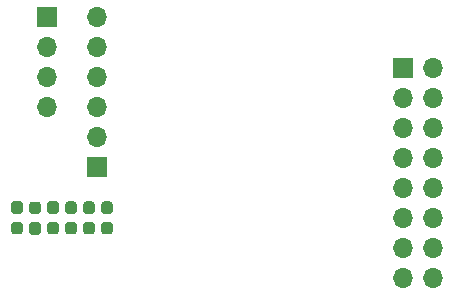
<source format=gbr>
G04 #@! TF.GenerationSoftware,KiCad,Pcbnew,(5.1.2)-2*
G04 #@! TF.CreationDate,2019-12-12T19:30:32+01:00*
G04 #@! TF.ProjectId,KernadouDomoPiloteDinCPU,4b65726e-6164-46f7-9544-6f6d6f50696c,rev?*
G04 #@! TF.SameCoordinates,Original*
G04 #@! TF.FileFunction,Soldermask,Bot*
G04 #@! TF.FilePolarity,Negative*
%FSLAX46Y46*%
G04 Gerber Fmt 4.6, Leading zero omitted, Abs format (unit mm)*
G04 Created by KiCad (PCBNEW (5.1.2)-2) date 2019-12-12 19:30:32*
%MOMM*%
%LPD*%
G04 APERTURE LIST*
%ADD10C,0.100000*%
%ADD11C,0.950000*%
%ADD12O,1.700000X1.700000*%
%ADD13R,1.700000X1.700000*%
G04 APERTURE END LIST*
D10*
G36*
X95637779Y-87515144D02*
G01*
X95660834Y-87518563D01*
X95683443Y-87524227D01*
X95705387Y-87532079D01*
X95726457Y-87542044D01*
X95746448Y-87554026D01*
X95765168Y-87567910D01*
X95782438Y-87583562D01*
X95798090Y-87600832D01*
X95811974Y-87619552D01*
X95823956Y-87639543D01*
X95833921Y-87660613D01*
X95841773Y-87682557D01*
X95847437Y-87705166D01*
X95850856Y-87728221D01*
X95852000Y-87751500D01*
X95852000Y-88326500D01*
X95850856Y-88349779D01*
X95847437Y-88372834D01*
X95841773Y-88395443D01*
X95833921Y-88417387D01*
X95823956Y-88438457D01*
X95811974Y-88458448D01*
X95798090Y-88477168D01*
X95782438Y-88494438D01*
X95765168Y-88510090D01*
X95746448Y-88523974D01*
X95726457Y-88535956D01*
X95705387Y-88545921D01*
X95683443Y-88553773D01*
X95660834Y-88559437D01*
X95637779Y-88562856D01*
X95614500Y-88564000D01*
X95139500Y-88564000D01*
X95116221Y-88562856D01*
X95093166Y-88559437D01*
X95070557Y-88553773D01*
X95048613Y-88545921D01*
X95027543Y-88535956D01*
X95007552Y-88523974D01*
X94988832Y-88510090D01*
X94971562Y-88494438D01*
X94955910Y-88477168D01*
X94942026Y-88458448D01*
X94930044Y-88438457D01*
X94920079Y-88417387D01*
X94912227Y-88395443D01*
X94906563Y-88372834D01*
X94903144Y-88349779D01*
X94902000Y-88326500D01*
X94902000Y-87751500D01*
X94903144Y-87728221D01*
X94906563Y-87705166D01*
X94912227Y-87682557D01*
X94920079Y-87660613D01*
X94930044Y-87639543D01*
X94942026Y-87619552D01*
X94955910Y-87600832D01*
X94971562Y-87583562D01*
X94988832Y-87567910D01*
X95007552Y-87554026D01*
X95027543Y-87542044D01*
X95048613Y-87532079D01*
X95070557Y-87524227D01*
X95093166Y-87518563D01*
X95116221Y-87515144D01*
X95139500Y-87514000D01*
X95614500Y-87514000D01*
X95637779Y-87515144D01*
X95637779Y-87515144D01*
G37*
D11*
X95377000Y-88039000D03*
D10*
G36*
X95637779Y-89265144D02*
G01*
X95660834Y-89268563D01*
X95683443Y-89274227D01*
X95705387Y-89282079D01*
X95726457Y-89292044D01*
X95746448Y-89304026D01*
X95765168Y-89317910D01*
X95782438Y-89333562D01*
X95798090Y-89350832D01*
X95811974Y-89369552D01*
X95823956Y-89389543D01*
X95833921Y-89410613D01*
X95841773Y-89432557D01*
X95847437Y-89455166D01*
X95850856Y-89478221D01*
X95852000Y-89501500D01*
X95852000Y-90076500D01*
X95850856Y-90099779D01*
X95847437Y-90122834D01*
X95841773Y-90145443D01*
X95833921Y-90167387D01*
X95823956Y-90188457D01*
X95811974Y-90208448D01*
X95798090Y-90227168D01*
X95782438Y-90244438D01*
X95765168Y-90260090D01*
X95746448Y-90273974D01*
X95726457Y-90285956D01*
X95705387Y-90295921D01*
X95683443Y-90303773D01*
X95660834Y-90309437D01*
X95637779Y-90312856D01*
X95614500Y-90314000D01*
X95139500Y-90314000D01*
X95116221Y-90312856D01*
X95093166Y-90309437D01*
X95070557Y-90303773D01*
X95048613Y-90295921D01*
X95027543Y-90285956D01*
X95007552Y-90273974D01*
X94988832Y-90260090D01*
X94971562Y-90244438D01*
X94955910Y-90227168D01*
X94942026Y-90208448D01*
X94930044Y-90188457D01*
X94920079Y-90167387D01*
X94912227Y-90145443D01*
X94906563Y-90122834D01*
X94903144Y-90099779D01*
X94902000Y-90076500D01*
X94902000Y-89501500D01*
X94903144Y-89478221D01*
X94906563Y-89455166D01*
X94912227Y-89432557D01*
X94920079Y-89410613D01*
X94930044Y-89389543D01*
X94942026Y-89369552D01*
X94955910Y-89350832D01*
X94971562Y-89333562D01*
X94988832Y-89317910D01*
X95007552Y-89304026D01*
X95027543Y-89292044D01*
X95048613Y-89282079D01*
X95070557Y-89274227D01*
X95093166Y-89268563D01*
X95116221Y-89265144D01*
X95139500Y-89264000D01*
X95614500Y-89264000D01*
X95637779Y-89265144D01*
X95637779Y-89265144D01*
G37*
D11*
X95377000Y-89789000D03*
D10*
G36*
X94113779Y-87487144D02*
G01*
X94136834Y-87490563D01*
X94159443Y-87496227D01*
X94181387Y-87504079D01*
X94202457Y-87514044D01*
X94222448Y-87526026D01*
X94241168Y-87539910D01*
X94258438Y-87555562D01*
X94274090Y-87572832D01*
X94287974Y-87591552D01*
X94299956Y-87611543D01*
X94309921Y-87632613D01*
X94317773Y-87654557D01*
X94323437Y-87677166D01*
X94326856Y-87700221D01*
X94328000Y-87723500D01*
X94328000Y-88298500D01*
X94326856Y-88321779D01*
X94323437Y-88344834D01*
X94317773Y-88367443D01*
X94309921Y-88389387D01*
X94299956Y-88410457D01*
X94287974Y-88430448D01*
X94274090Y-88449168D01*
X94258438Y-88466438D01*
X94241168Y-88482090D01*
X94222448Y-88495974D01*
X94202457Y-88507956D01*
X94181387Y-88517921D01*
X94159443Y-88525773D01*
X94136834Y-88531437D01*
X94113779Y-88534856D01*
X94090500Y-88536000D01*
X93615500Y-88536000D01*
X93592221Y-88534856D01*
X93569166Y-88531437D01*
X93546557Y-88525773D01*
X93524613Y-88517921D01*
X93503543Y-88507956D01*
X93483552Y-88495974D01*
X93464832Y-88482090D01*
X93447562Y-88466438D01*
X93431910Y-88449168D01*
X93418026Y-88430448D01*
X93406044Y-88410457D01*
X93396079Y-88389387D01*
X93388227Y-88367443D01*
X93382563Y-88344834D01*
X93379144Y-88321779D01*
X93378000Y-88298500D01*
X93378000Y-87723500D01*
X93379144Y-87700221D01*
X93382563Y-87677166D01*
X93388227Y-87654557D01*
X93396079Y-87632613D01*
X93406044Y-87611543D01*
X93418026Y-87591552D01*
X93431910Y-87572832D01*
X93447562Y-87555562D01*
X93464832Y-87539910D01*
X93483552Y-87526026D01*
X93503543Y-87514044D01*
X93524613Y-87504079D01*
X93546557Y-87496227D01*
X93569166Y-87490563D01*
X93592221Y-87487144D01*
X93615500Y-87486000D01*
X94090500Y-87486000D01*
X94113779Y-87487144D01*
X94113779Y-87487144D01*
G37*
D11*
X93853000Y-88011000D03*
D10*
G36*
X94113779Y-89237144D02*
G01*
X94136834Y-89240563D01*
X94159443Y-89246227D01*
X94181387Y-89254079D01*
X94202457Y-89264044D01*
X94222448Y-89276026D01*
X94241168Y-89289910D01*
X94258438Y-89305562D01*
X94274090Y-89322832D01*
X94287974Y-89341552D01*
X94299956Y-89361543D01*
X94309921Y-89382613D01*
X94317773Y-89404557D01*
X94323437Y-89427166D01*
X94326856Y-89450221D01*
X94328000Y-89473500D01*
X94328000Y-90048500D01*
X94326856Y-90071779D01*
X94323437Y-90094834D01*
X94317773Y-90117443D01*
X94309921Y-90139387D01*
X94299956Y-90160457D01*
X94287974Y-90180448D01*
X94274090Y-90199168D01*
X94258438Y-90216438D01*
X94241168Y-90232090D01*
X94222448Y-90245974D01*
X94202457Y-90257956D01*
X94181387Y-90267921D01*
X94159443Y-90275773D01*
X94136834Y-90281437D01*
X94113779Y-90284856D01*
X94090500Y-90286000D01*
X93615500Y-90286000D01*
X93592221Y-90284856D01*
X93569166Y-90281437D01*
X93546557Y-90275773D01*
X93524613Y-90267921D01*
X93503543Y-90257956D01*
X93483552Y-90245974D01*
X93464832Y-90232090D01*
X93447562Y-90216438D01*
X93431910Y-90199168D01*
X93418026Y-90180448D01*
X93406044Y-90160457D01*
X93396079Y-90139387D01*
X93388227Y-90117443D01*
X93382563Y-90094834D01*
X93379144Y-90071779D01*
X93378000Y-90048500D01*
X93378000Y-89473500D01*
X93379144Y-89450221D01*
X93382563Y-89427166D01*
X93388227Y-89404557D01*
X93396079Y-89382613D01*
X93406044Y-89361543D01*
X93418026Y-89341552D01*
X93431910Y-89322832D01*
X93447562Y-89305562D01*
X93464832Y-89289910D01*
X93483552Y-89276026D01*
X93503543Y-89264044D01*
X93524613Y-89254079D01*
X93546557Y-89246227D01*
X93569166Y-89240563D01*
X93592221Y-89237144D01*
X93615500Y-89236000D01*
X94090500Y-89236000D01*
X94113779Y-89237144D01*
X94113779Y-89237144D01*
G37*
D11*
X93853000Y-89761000D03*
D10*
G36*
X101733779Y-87501144D02*
G01*
X101756834Y-87504563D01*
X101779443Y-87510227D01*
X101801387Y-87518079D01*
X101822457Y-87528044D01*
X101842448Y-87540026D01*
X101861168Y-87553910D01*
X101878438Y-87569562D01*
X101894090Y-87586832D01*
X101907974Y-87605552D01*
X101919956Y-87625543D01*
X101929921Y-87646613D01*
X101937773Y-87668557D01*
X101943437Y-87691166D01*
X101946856Y-87714221D01*
X101948000Y-87737500D01*
X101948000Y-88312500D01*
X101946856Y-88335779D01*
X101943437Y-88358834D01*
X101937773Y-88381443D01*
X101929921Y-88403387D01*
X101919956Y-88424457D01*
X101907974Y-88444448D01*
X101894090Y-88463168D01*
X101878438Y-88480438D01*
X101861168Y-88496090D01*
X101842448Y-88509974D01*
X101822457Y-88521956D01*
X101801387Y-88531921D01*
X101779443Y-88539773D01*
X101756834Y-88545437D01*
X101733779Y-88548856D01*
X101710500Y-88550000D01*
X101235500Y-88550000D01*
X101212221Y-88548856D01*
X101189166Y-88545437D01*
X101166557Y-88539773D01*
X101144613Y-88531921D01*
X101123543Y-88521956D01*
X101103552Y-88509974D01*
X101084832Y-88496090D01*
X101067562Y-88480438D01*
X101051910Y-88463168D01*
X101038026Y-88444448D01*
X101026044Y-88424457D01*
X101016079Y-88403387D01*
X101008227Y-88381443D01*
X101002563Y-88358834D01*
X100999144Y-88335779D01*
X100998000Y-88312500D01*
X100998000Y-87737500D01*
X100999144Y-87714221D01*
X101002563Y-87691166D01*
X101008227Y-87668557D01*
X101016079Y-87646613D01*
X101026044Y-87625543D01*
X101038026Y-87605552D01*
X101051910Y-87586832D01*
X101067562Y-87569562D01*
X101084832Y-87553910D01*
X101103552Y-87540026D01*
X101123543Y-87528044D01*
X101144613Y-87518079D01*
X101166557Y-87510227D01*
X101189166Y-87504563D01*
X101212221Y-87501144D01*
X101235500Y-87500000D01*
X101710500Y-87500000D01*
X101733779Y-87501144D01*
X101733779Y-87501144D01*
G37*
D11*
X101473000Y-88025000D03*
D10*
G36*
X101733779Y-89251144D02*
G01*
X101756834Y-89254563D01*
X101779443Y-89260227D01*
X101801387Y-89268079D01*
X101822457Y-89278044D01*
X101842448Y-89290026D01*
X101861168Y-89303910D01*
X101878438Y-89319562D01*
X101894090Y-89336832D01*
X101907974Y-89355552D01*
X101919956Y-89375543D01*
X101929921Y-89396613D01*
X101937773Y-89418557D01*
X101943437Y-89441166D01*
X101946856Y-89464221D01*
X101948000Y-89487500D01*
X101948000Y-90062500D01*
X101946856Y-90085779D01*
X101943437Y-90108834D01*
X101937773Y-90131443D01*
X101929921Y-90153387D01*
X101919956Y-90174457D01*
X101907974Y-90194448D01*
X101894090Y-90213168D01*
X101878438Y-90230438D01*
X101861168Y-90246090D01*
X101842448Y-90259974D01*
X101822457Y-90271956D01*
X101801387Y-90281921D01*
X101779443Y-90289773D01*
X101756834Y-90295437D01*
X101733779Y-90298856D01*
X101710500Y-90300000D01*
X101235500Y-90300000D01*
X101212221Y-90298856D01*
X101189166Y-90295437D01*
X101166557Y-90289773D01*
X101144613Y-90281921D01*
X101123543Y-90271956D01*
X101103552Y-90259974D01*
X101084832Y-90246090D01*
X101067562Y-90230438D01*
X101051910Y-90213168D01*
X101038026Y-90194448D01*
X101026044Y-90174457D01*
X101016079Y-90153387D01*
X101008227Y-90131443D01*
X101002563Y-90108834D01*
X100999144Y-90085779D01*
X100998000Y-90062500D01*
X100998000Y-89487500D01*
X100999144Y-89464221D01*
X101002563Y-89441166D01*
X101008227Y-89418557D01*
X101016079Y-89396613D01*
X101026044Y-89375543D01*
X101038026Y-89355552D01*
X101051910Y-89336832D01*
X101067562Y-89319562D01*
X101084832Y-89303910D01*
X101103552Y-89290026D01*
X101123543Y-89278044D01*
X101144613Y-89268079D01*
X101166557Y-89260227D01*
X101189166Y-89254563D01*
X101212221Y-89251144D01*
X101235500Y-89250000D01*
X101710500Y-89250000D01*
X101733779Y-89251144D01*
X101733779Y-89251144D01*
G37*
D11*
X101473000Y-89775000D03*
D10*
G36*
X97161779Y-87487144D02*
G01*
X97184834Y-87490563D01*
X97207443Y-87496227D01*
X97229387Y-87504079D01*
X97250457Y-87514044D01*
X97270448Y-87526026D01*
X97289168Y-87539910D01*
X97306438Y-87555562D01*
X97322090Y-87572832D01*
X97335974Y-87591552D01*
X97347956Y-87611543D01*
X97357921Y-87632613D01*
X97365773Y-87654557D01*
X97371437Y-87677166D01*
X97374856Y-87700221D01*
X97376000Y-87723500D01*
X97376000Y-88298500D01*
X97374856Y-88321779D01*
X97371437Y-88344834D01*
X97365773Y-88367443D01*
X97357921Y-88389387D01*
X97347956Y-88410457D01*
X97335974Y-88430448D01*
X97322090Y-88449168D01*
X97306438Y-88466438D01*
X97289168Y-88482090D01*
X97270448Y-88495974D01*
X97250457Y-88507956D01*
X97229387Y-88517921D01*
X97207443Y-88525773D01*
X97184834Y-88531437D01*
X97161779Y-88534856D01*
X97138500Y-88536000D01*
X96663500Y-88536000D01*
X96640221Y-88534856D01*
X96617166Y-88531437D01*
X96594557Y-88525773D01*
X96572613Y-88517921D01*
X96551543Y-88507956D01*
X96531552Y-88495974D01*
X96512832Y-88482090D01*
X96495562Y-88466438D01*
X96479910Y-88449168D01*
X96466026Y-88430448D01*
X96454044Y-88410457D01*
X96444079Y-88389387D01*
X96436227Y-88367443D01*
X96430563Y-88344834D01*
X96427144Y-88321779D01*
X96426000Y-88298500D01*
X96426000Y-87723500D01*
X96427144Y-87700221D01*
X96430563Y-87677166D01*
X96436227Y-87654557D01*
X96444079Y-87632613D01*
X96454044Y-87611543D01*
X96466026Y-87591552D01*
X96479910Y-87572832D01*
X96495562Y-87555562D01*
X96512832Y-87539910D01*
X96531552Y-87526026D01*
X96551543Y-87514044D01*
X96572613Y-87504079D01*
X96594557Y-87496227D01*
X96617166Y-87490563D01*
X96640221Y-87487144D01*
X96663500Y-87486000D01*
X97138500Y-87486000D01*
X97161779Y-87487144D01*
X97161779Y-87487144D01*
G37*
D11*
X96901000Y-88011000D03*
D10*
G36*
X97161779Y-89237144D02*
G01*
X97184834Y-89240563D01*
X97207443Y-89246227D01*
X97229387Y-89254079D01*
X97250457Y-89264044D01*
X97270448Y-89276026D01*
X97289168Y-89289910D01*
X97306438Y-89305562D01*
X97322090Y-89322832D01*
X97335974Y-89341552D01*
X97347956Y-89361543D01*
X97357921Y-89382613D01*
X97365773Y-89404557D01*
X97371437Y-89427166D01*
X97374856Y-89450221D01*
X97376000Y-89473500D01*
X97376000Y-90048500D01*
X97374856Y-90071779D01*
X97371437Y-90094834D01*
X97365773Y-90117443D01*
X97357921Y-90139387D01*
X97347956Y-90160457D01*
X97335974Y-90180448D01*
X97322090Y-90199168D01*
X97306438Y-90216438D01*
X97289168Y-90232090D01*
X97270448Y-90245974D01*
X97250457Y-90257956D01*
X97229387Y-90267921D01*
X97207443Y-90275773D01*
X97184834Y-90281437D01*
X97161779Y-90284856D01*
X97138500Y-90286000D01*
X96663500Y-90286000D01*
X96640221Y-90284856D01*
X96617166Y-90281437D01*
X96594557Y-90275773D01*
X96572613Y-90267921D01*
X96551543Y-90257956D01*
X96531552Y-90245974D01*
X96512832Y-90232090D01*
X96495562Y-90216438D01*
X96479910Y-90199168D01*
X96466026Y-90180448D01*
X96454044Y-90160457D01*
X96444079Y-90139387D01*
X96436227Y-90117443D01*
X96430563Y-90094834D01*
X96427144Y-90071779D01*
X96426000Y-90048500D01*
X96426000Y-89473500D01*
X96427144Y-89450221D01*
X96430563Y-89427166D01*
X96436227Y-89404557D01*
X96444079Y-89382613D01*
X96454044Y-89361543D01*
X96466026Y-89341552D01*
X96479910Y-89322832D01*
X96495562Y-89305562D01*
X96512832Y-89289910D01*
X96531552Y-89276026D01*
X96551543Y-89264044D01*
X96572613Y-89254079D01*
X96594557Y-89246227D01*
X96617166Y-89240563D01*
X96640221Y-89237144D01*
X96663500Y-89236000D01*
X97138500Y-89236000D01*
X97161779Y-89237144D01*
X97161779Y-89237144D01*
G37*
D11*
X96901000Y-89761000D03*
D10*
G36*
X98685779Y-87501144D02*
G01*
X98708834Y-87504563D01*
X98731443Y-87510227D01*
X98753387Y-87518079D01*
X98774457Y-87528044D01*
X98794448Y-87540026D01*
X98813168Y-87553910D01*
X98830438Y-87569562D01*
X98846090Y-87586832D01*
X98859974Y-87605552D01*
X98871956Y-87625543D01*
X98881921Y-87646613D01*
X98889773Y-87668557D01*
X98895437Y-87691166D01*
X98898856Y-87714221D01*
X98900000Y-87737500D01*
X98900000Y-88312500D01*
X98898856Y-88335779D01*
X98895437Y-88358834D01*
X98889773Y-88381443D01*
X98881921Y-88403387D01*
X98871956Y-88424457D01*
X98859974Y-88444448D01*
X98846090Y-88463168D01*
X98830438Y-88480438D01*
X98813168Y-88496090D01*
X98794448Y-88509974D01*
X98774457Y-88521956D01*
X98753387Y-88531921D01*
X98731443Y-88539773D01*
X98708834Y-88545437D01*
X98685779Y-88548856D01*
X98662500Y-88550000D01*
X98187500Y-88550000D01*
X98164221Y-88548856D01*
X98141166Y-88545437D01*
X98118557Y-88539773D01*
X98096613Y-88531921D01*
X98075543Y-88521956D01*
X98055552Y-88509974D01*
X98036832Y-88496090D01*
X98019562Y-88480438D01*
X98003910Y-88463168D01*
X97990026Y-88444448D01*
X97978044Y-88424457D01*
X97968079Y-88403387D01*
X97960227Y-88381443D01*
X97954563Y-88358834D01*
X97951144Y-88335779D01*
X97950000Y-88312500D01*
X97950000Y-87737500D01*
X97951144Y-87714221D01*
X97954563Y-87691166D01*
X97960227Y-87668557D01*
X97968079Y-87646613D01*
X97978044Y-87625543D01*
X97990026Y-87605552D01*
X98003910Y-87586832D01*
X98019562Y-87569562D01*
X98036832Y-87553910D01*
X98055552Y-87540026D01*
X98075543Y-87528044D01*
X98096613Y-87518079D01*
X98118557Y-87510227D01*
X98141166Y-87504563D01*
X98164221Y-87501144D01*
X98187500Y-87500000D01*
X98662500Y-87500000D01*
X98685779Y-87501144D01*
X98685779Y-87501144D01*
G37*
D11*
X98425000Y-88025000D03*
D10*
G36*
X98685779Y-89251144D02*
G01*
X98708834Y-89254563D01*
X98731443Y-89260227D01*
X98753387Y-89268079D01*
X98774457Y-89278044D01*
X98794448Y-89290026D01*
X98813168Y-89303910D01*
X98830438Y-89319562D01*
X98846090Y-89336832D01*
X98859974Y-89355552D01*
X98871956Y-89375543D01*
X98881921Y-89396613D01*
X98889773Y-89418557D01*
X98895437Y-89441166D01*
X98898856Y-89464221D01*
X98900000Y-89487500D01*
X98900000Y-90062500D01*
X98898856Y-90085779D01*
X98895437Y-90108834D01*
X98889773Y-90131443D01*
X98881921Y-90153387D01*
X98871956Y-90174457D01*
X98859974Y-90194448D01*
X98846090Y-90213168D01*
X98830438Y-90230438D01*
X98813168Y-90246090D01*
X98794448Y-90259974D01*
X98774457Y-90271956D01*
X98753387Y-90281921D01*
X98731443Y-90289773D01*
X98708834Y-90295437D01*
X98685779Y-90298856D01*
X98662500Y-90300000D01*
X98187500Y-90300000D01*
X98164221Y-90298856D01*
X98141166Y-90295437D01*
X98118557Y-90289773D01*
X98096613Y-90281921D01*
X98075543Y-90271956D01*
X98055552Y-90259974D01*
X98036832Y-90246090D01*
X98019562Y-90230438D01*
X98003910Y-90213168D01*
X97990026Y-90194448D01*
X97978044Y-90174457D01*
X97968079Y-90153387D01*
X97960227Y-90131443D01*
X97954563Y-90108834D01*
X97951144Y-90085779D01*
X97950000Y-90062500D01*
X97950000Y-89487500D01*
X97951144Y-89464221D01*
X97954563Y-89441166D01*
X97960227Y-89418557D01*
X97968079Y-89396613D01*
X97978044Y-89375543D01*
X97990026Y-89355552D01*
X98003910Y-89336832D01*
X98019562Y-89319562D01*
X98036832Y-89303910D01*
X98055552Y-89290026D01*
X98075543Y-89278044D01*
X98096613Y-89268079D01*
X98118557Y-89260227D01*
X98141166Y-89254563D01*
X98164221Y-89251144D01*
X98187500Y-89250000D01*
X98662500Y-89250000D01*
X98685779Y-89251144D01*
X98685779Y-89251144D01*
G37*
D11*
X98425000Y-89775000D03*
D10*
G36*
X100209779Y-87501144D02*
G01*
X100232834Y-87504563D01*
X100255443Y-87510227D01*
X100277387Y-87518079D01*
X100298457Y-87528044D01*
X100318448Y-87540026D01*
X100337168Y-87553910D01*
X100354438Y-87569562D01*
X100370090Y-87586832D01*
X100383974Y-87605552D01*
X100395956Y-87625543D01*
X100405921Y-87646613D01*
X100413773Y-87668557D01*
X100419437Y-87691166D01*
X100422856Y-87714221D01*
X100424000Y-87737500D01*
X100424000Y-88312500D01*
X100422856Y-88335779D01*
X100419437Y-88358834D01*
X100413773Y-88381443D01*
X100405921Y-88403387D01*
X100395956Y-88424457D01*
X100383974Y-88444448D01*
X100370090Y-88463168D01*
X100354438Y-88480438D01*
X100337168Y-88496090D01*
X100318448Y-88509974D01*
X100298457Y-88521956D01*
X100277387Y-88531921D01*
X100255443Y-88539773D01*
X100232834Y-88545437D01*
X100209779Y-88548856D01*
X100186500Y-88550000D01*
X99711500Y-88550000D01*
X99688221Y-88548856D01*
X99665166Y-88545437D01*
X99642557Y-88539773D01*
X99620613Y-88531921D01*
X99599543Y-88521956D01*
X99579552Y-88509974D01*
X99560832Y-88496090D01*
X99543562Y-88480438D01*
X99527910Y-88463168D01*
X99514026Y-88444448D01*
X99502044Y-88424457D01*
X99492079Y-88403387D01*
X99484227Y-88381443D01*
X99478563Y-88358834D01*
X99475144Y-88335779D01*
X99474000Y-88312500D01*
X99474000Y-87737500D01*
X99475144Y-87714221D01*
X99478563Y-87691166D01*
X99484227Y-87668557D01*
X99492079Y-87646613D01*
X99502044Y-87625543D01*
X99514026Y-87605552D01*
X99527910Y-87586832D01*
X99543562Y-87569562D01*
X99560832Y-87553910D01*
X99579552Y-87540026D01*
X99599543Y-87528044D01*
X99620613Y-87518079D01*
X99642557Y-87510227D01*
X99665166Y-87504563D01*
X99688221Y-87501144D01*
X99711500Y-87500000D01*
X100186500Y-87500000D01*
X100209779Y-87501144D01*
X100209779Y-87501144D01*
G37*
D11*
X99949000Y-88025000D03*
D10*
G36*
X100209779Y-89251144D02*
G01*
X100232834Y-89254563D01*
X100255443Y-89260227D01*
X100277387Y-89268079D01*
X100298457Y-89278044D01*
X100318448Y-89290026D01*
X100337168Y-89303910D01*
X100354438Y-89319562D01*
X100370090Y-89336832D01*
X100383974Y-89355552D01*
X100395956Y-89375543D01*
X100405921Y-89396613D01*
X100413773Y-89418557D01*
X100419437Y-89441166D01*
X100422856Y-89464221D01*
X100424000Y-89487500D01*
X100424000Y-90062500D01*
X100422856Y-90085779D01*
X100419437Y-90108834D01*
X100413773Y-90131443D01*
X100405921Y-90153387D01*
X100395956Y-90174457D01*
X100383974Y-90194448D01*
X100370090Y-90213168D01*
X100354438Y-90230438D01*
X100337168Y-90246090D01*
X100318448Y-90259974D01*
X100298457Y-90271956D01*
X100277387Y-90281921D01*
X100255443Y-90289773D01*
X100232834Y-90295437D01*
X100209779Y-90298856D01*
X100186500Y-90300000D01*
X99711500Y-90300000D01*
X99688221Y-90298856D01*
X99665166Y-90295437D01*
X99642557Y-90289773D01*
X99620613Y-90281921D01*
X99599543Y-90271956D01*
X99579552Y-90259974D01*
X99560832Y-90246090D01*
X99543562Y-90230438D01*
X99527910Y-90213168D01*
X99514026Y-90194448D01*
X99502044Y-90174457D01*
X99492079Y-90153387D01*
X99484227Y-90131443D01*
X99478563Y-90108834D01*
X99475144Y-90085779D01*
X99474000Y-90062500D01*
X99474000Y-89487500D01*
X99475144Y-89464221D01*
X99478563Y-89441166D01*
X99484227Y-89418557D01*
X99492079Y-89396613D01*
X99502044Y-89375543D01*
X99514026Y-89355552D01*
X99527910Y-89336832D01*
X99543562Y-89319562D01*
X99560832Y-89303910D01*
X99579552Y-89290026D01*
X99599543Y-89278044D01*
X99620613Y-89268079D01*
X99642557Y-89260227D01*
X99665166Y-89254563D01*
X99688221Y-89251144D01*
X99711500Y-89250000D01*
X100186500Y-89250000D01*
X100209779Y-89251144D01*
X100209779Y-89251144D01*
G37*
D11*
X99949000Y-89775000D03*
D12*
X96393000Y-79502000D03*
X96393000Y-76962000D03*
X96393000Y-74422000D03*
D13*
X96393000Y-71882000D03*
X100584000Y-84582000D03*
D12*
X100584000Y-82042000D03*
X100584000Y-79502000D03*
X100584000Y-76962000D03*
X100584000Y-74422000D03*
X100584000Y-71882000D03*
D13*
X126492000Y-76200000D03*
D12*
X129032000Y-76200000D03*
X126492000Y-78740000D03*
X129032000Y-78740000D03*
X126492000Y-81280000D03*
X129032000Y-81280000D03*
X126492000Y-83820000D03*
X129032000Y-83820000D03*
X126492000Y-86360000D03*
X129032000Y-86360000D03*
X126492000Y-88900000D03*
X129032000Y-88900000D03*
X126492000Y-91440000D03*
X129032000Y-91440000D03*
X126492000Y-93980000D03*
X129032000Y-93980000D03*
M02*

</source>
